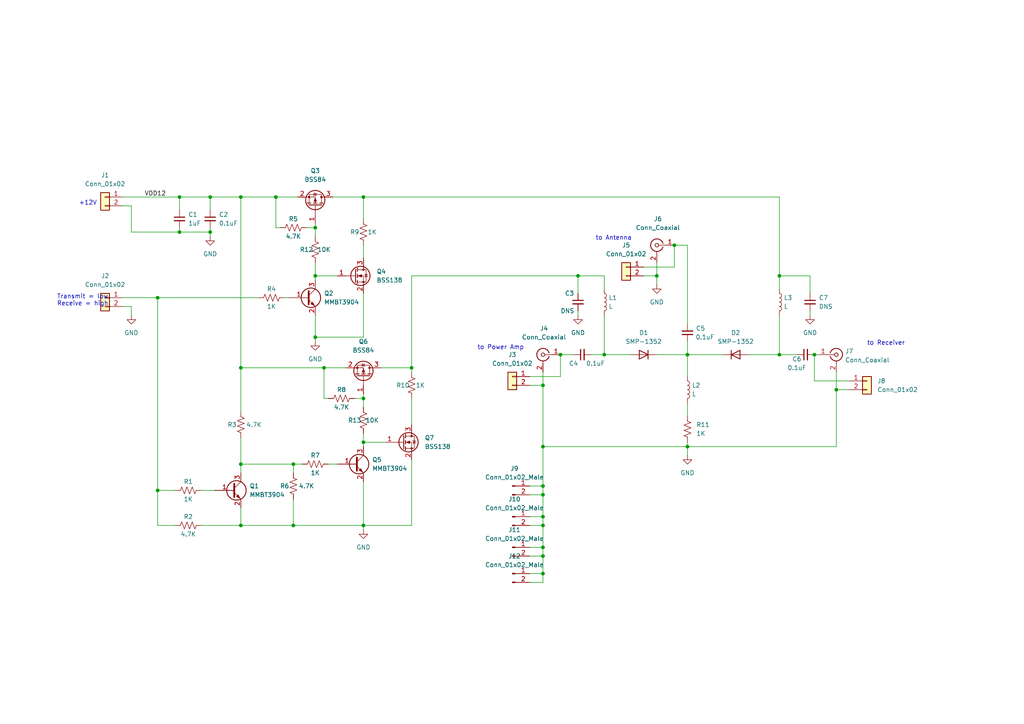
<source format=kicad_sch>
(kicad_sch (version 20211123) (generator eeschema)
  (paper "A4")
  (lib_symbols
    (symbol "Connector:Conn_01x02_Male" (pin_names (offset 1.016) hide)
      (property "Reference" "J" (at 0 2.54 0))
      (property "Value" "Conn_01x02_Male" (at 0 -5.08 0))
      (symbol "Conn_01x02_Male_1_1"
        (polyline (pts (xy 1.27 -2.54) (xy 0.8636 -2.54)) (stroke (width 0.1524)))
        (polyline (pts (xy 1.27 0) (xy 0.8636 0)) (stroke (width 0.1524)))
        (rectangle (start 0.8636 -2.413) (end 0 -2.667) (stroke (width 0.1524)) (fill (type outline)))
        (rectangle (start 0.8636 0.127) (end 0 -0.127) (stroke (width 0.1524)) (fill (type outline)))
        (pin passive line (at 5.08 0 180) (length 3.81) (name "Pin_1") (number "1"))
        (pin passive line (at 5.08 -2.54 180) (length 3.81) (name "Pin_2") (number "2"))
      )
    )
    (symbol "Connector:Conn_Coaxial" (pin_names (offset 1.016) hide)
      (property "Reference" "J" (at 0.254 3.048 0))
      (property "Value" "Conn_Coaxial" (at 2.921 0 90))
      (symbol "Conn_Coaxial_0_1"
        (arc (start -1.778 -0.508) (mid 0.222 -1.808) (end 1.778 0) (stroke (width 0.254)))
        (polyline (pts (xy -2.54 0) (xy -0.508 0)))
        (polyline (pts (xy 0 -2.54) (xy 0 -1.778)))
        (circle (center 0 0) (radius 0.508) (stroke (width 0.2032)))
        (arc (start 1.778 0) (mid 0.222 1.8083) (end -1.778 0.508) (stroke (width 0.254)))
      )
      (symbol "Conn_Coaxial_1_1"
        (pin passive line (at -5.08 0 0) (length 2.54) (name "In") (number "1"))
        (pin passive line (at 0 -5.08 90) (length 2.54) (name "Ext") (number "2"))
      )
    )
    (symbol "Connector_Generic:Conn_01x02" (pin_names (offset 1.016) hide)
      (property "Reference" "J" (at 0 2.54 0))
      (property "Value" "Conn_01x02" (at 0 -5.08 0))
      (symbol "Conn_01x02_1_1"
        (rectangle (start -1.27 -2.413) (end 0 -2.667) (stroke (width 0.1524)))
        (rectangle (start -1.27 0.127) (end 0 -0.127) (stroke (width 0.1524)))
        (rectangle (start -1.27 1.27) (end 1.27 -3.81) (stroke (width 0.254)) (fill (type background)))
        (pin passive line (at -5.08 0 0) (length 3.81) (name "Pin_1") (number "1"))
        (pin passive line (at -5.08 -2.54 0) (length 3.81) (name "Pin_2") (number "2"))
      )
    )
    (symbol "Device:C_Small" (pin_numbers hide) (pin_names (offset 0.254) hide)
      (property "Reference" "C" (at 0.254 1.778 0))
      (property "Value" "C_Small" (at 0.254 -2.032 0))
      (symbol "C_Small_0_1"
        (polyline (pts (xy -1.524 -0.508) (xy 1.524 -0.508)) (stroke (width 0.3302)))
        (polyline (pts (xy -1.524 0.508) (xy 1.524 0.508)) (stroke (width 0.3048)))
      )
      (symbol "C_Small_1_1"
        (pin passive line (at 0 2.54 270) (length 2.032) (name "~") (number "1"))
        (pin passive line (at 0 -2.54 90) (length 2.032) (name "~") (number "2"))
      )
    )
    (symbol "Device:D" (pin_numbers hide) (pin_names (offset 1.016) hide)
      (property "Reference" "D" (at 0 2.54 0))
      (property "Value" "D" (at 0 -2.54 0))
      (symbol "D_0_1"
        (polyline (pts (xy -1.27 1.27) (xy -1.27 -1.27)) (stroke (width 0.254)))
        (polyline (pts (xy 1.27 0) (xy -1.27 0)))
        (polyline (pts (xy 1.27 1.27) (xy 1.27 -1.27) (xy -1.27 0) (xy 1.27 1.27)) (stroke (width 0.254)))
      )
      (symbol "D_1_1"
        (pin passive line (at -3.81 0 0) (length 2.54) (name "K") (number "1"))
        (pin passive line (at 3.81 0 180) (length 2.54) (name "A") (number "2"))
      )
    )
    (symbol "Device:L" (pin_numbers hide) (pin_names (offset 1.016) hide)
      (property "Reference" "L" (at -1.27 0 90))
      (property "Value" "L" (at 1.905 0 90))
      (symbol "L_0_1"
        (arc (start 0 -2.54) (mid 0.635 -1.905) (end 0 -1.27))
        (arc (start 0 -1.27) (mid 0.635 -0.635) (end 0 0))
        (arc (start 0 0) (mid 0.635 0.635) (end 0 1.27))
        (arc (start 0 1.27) (mid 0.635 1.905) (end 0 2.54))
      )
      (symbol "L_1_1"
        (pin passive line (at 0 3.81 270) (length 1.27) (name "1") (number "1"))
        (pin passive line (at 0 -3.81 90) (length 1.27) (name "2") (number "2"))
      )
    )
    (symbol "Device:Q_NMOS_GSD" (pin_names (offset 0) hide)
      (property "Reference" "Q" (at 5.08 1.27 0))
      (property "Value" "Q_NMOS_GSD" (at 5.08 -1.27 0))
      (symbol "Q_NMOS_GSD_0_1"
        (polyline (pts (xy 0.254 0) (xy -2.54 0)))
        (polyline (pts (xy 0.254 1.905) (xy 0.254 -1.905)) (stroke (width 0.254)))
        (polyline (pts (xy 0.762 -1.27) (xy 0.762 -2.286)) (stroke (width 0.254)))
        (polyline (pts (xy 0.762 0.508) (xy 0.762 -0.508)) (stroke (width 0.254)))
        (polyline (pts (xy 0.762 2.286) (xy 0.762 1.27)) (stroke (width 0.254)))
        (polyline (pts (xy 2.54 2.54) (xy 2.54 1.778)))
        (polyline (pts (xy 2.54 -2.54) (xy 2.54 0) (xy 0.762 0)))
        (polyline (pts (xy 0.762 -1.778) (xy 3.302 -1.778) (xy 3.302 1.778) (xy 0.762 1.778)))
        (polyline (pts (xy 1.016 0) (xy 2.032 0.381) (xy 2.032 -0.381) (xy 1.016 0)) (fill (type outline)))
        (polyline (pts (xy 2.794 0.508) (xy 2.921 0.381) (xy 3.683 0.381) (xy 3.81 0.254)))
        (polyline (pts (xy 3.302 0.381) (xy 2.921 -0.254) (xy 3.683 -0.254) (xy 3.302 0.381)))
        (circle (center 1.651 0) (radius 2.794) (stroke (width 0.254)))
        (circle (center 2.54 -1.778) (radius 0.254) (fill (type outline)))
        (circle (center 2.54 1.778) (radius 0.254) (fill (type outline)))
      )
      (symbol "Q_NMOS_GSD_1_1"
        (pin input line (at -5.08 0 0) (length 2.54) (name "G") (number "1"))
        (pin passive line (at 2.54 -5.08 90) (length 2.54) (name "S") (number "2"))
        (pin passive line (at 2.54 5.08 270) (length 2.54) (name "D") (number "3"))
      )
    )
    (symbol "Device:Q_NPN_BEC" (pin_names (offset 0) hide)
      (property "Reference" "Q" (at 5.08 1.27 0))
      (property "Value" "Q_NPN_BEC" (at 5.08 -1.27 0))
      (symbol "Q_NPN_BEC_0_1"
        (polyline (pts (xy 0.635 0.635) (xy 2.54 2.54)))
        (polyline (pts (xy 0.635 -0.635) (xy 2.54 -2.54) (xy 2.54 -2.54)))
        (polyline (pts (xy 0.635 1.905) (xy 0.635 -1.905) (xy 0.635 -1.905)) (stroke (width 0.508)))
        (polyline (pts (xy 1.27 -1.778) (xy 1.778 -1.27) (xy 2.286 -2.286) (xy 1.27 -1.778) (xy 1.27 -1.778)) (fill (type outline)))
        (circle (center 1.27 0) (radius 2.8194) (stroke (width 0.254)))
      )
      (symbol "Q_NPN_BEC_1_1"
        (pin input line (at -5.08 0 0) (length 5.715) (name "B") (number "1"))
        (pin passive line (at 2.54 -5.08 90) (length 2.54) (name "E") (number "2"))
        (pin passive line (at 2.54 5.08 270) (length 2.54) (name "C") (number "3"))
      )
    )
    (symbol "Device:Q_PMOS_GSD" (pin_names (offset 0) hide)
      (property "Reference" "Q" (at 5.08 1.27 0))
      (property "Value" "Q_PMOS_GSD" (at 5.08 -1.27 0))
      (symbol "Q_PMOS_GSD_0_1"
        (polyline (pts (xy 0.254 0) (xy -2.54 0)))
        (polyline (pts (xy 0.254 1.905) (xy 0.254 -1.905)) (stroke (width 0.254)))
        (polyline (pts (xy 0.762 -1.27) (xy 0.762 -2.286)) (stroke (width 0.254)))
        (polyline (pts (xy 0.762 0.508) (xy 0.762 -0.508)) (stroke (width 0.254)))
        (polyline (pts (xy 0.762 2.286) (xy 0.762 1.27)) (stroke (width 0.254)))
        (polyline (pts (xy 2.54 2.54) (xy 2.54 1.778)))
        (polyline (pts (xy 2.54 -2.54) (xy 2.54 0) (xy 0.762 0)))
        (polyline (pts (xy 0.762 1.778) (xy 3.302 1.778) (xy 3.302 -1.778) (xy 0.762 -1.778)))
        (polyline (pts (xy 2.286 0) (xy 1.27 0.381) (xy 1.27 -0.381) (xy 2.286 0)) (fill (type outline)))
        (polyline (pts (xy 2.794 -0.508) (xy 2.921 -0.381) (xy 3.683 -0.381) (xy 3.81 -0.254)))
        (polyline (pts (xy 3.302 -0.381) (xy 2.921 0.254) (xy 3.683 0.254) (xy 3.302 -0.381)))
        (circle (center 1.651 0) (radius 2.794) (stroke (width 0.254)))
        (circle (center 2.54 -1.778) (radius 0.254) (fill (type outline)))
        (circle (center 2.54 1.778) (radius 0.254) (fill (type outline)))
      )
      (symbol "Q_PMOS_GSD_1_1"
        (pin input line (at -5.08 0 0) (length 2.54) (name "G") (number "1"))
        (pin passive line (at 2.54 -5.08 90) (length 2.54) (name "S") (number "2"))
        (pin passive line (at 2.54 5.08 270) (length 2.54) (name "D") (number "3"))
      )
    )
    (symbol "Device:R_US" (pin_numbers hide) (pin_names (offset 0))
      (property "Reference" "R" (at 2.54 0 90))
      (property "Value" "R_US" (at -2.54 0 90))
      (symbol "R_US_0_1"
        (polyline (pts (xy 0 -2.286) (xy 0 -2.54)))
        (polyline (pts (xy 0 2.286) (xy 0 2.54)))
        (polyline (pts (xy 0 -0.762) (xy 1.016 -1.143) (xy 0 -1.524) (xy -1.016 -1.905) (xy 0 -2.286)))
        (polyline (pts (xy 0 0.762) (xy 1.016 0.381) (xy 0 0) (xy -1.016 -0.381) (xy 0 -0.762)))
        (polyline (pts (xy 0 2.286) (xy 1.016 1.905) (xy 0 1.524) (xy -1.016 1.143) (xy 0 0.762)))
      )
      (symbol "R_US_1_1"
        (pin passive line (at 0 3.81 270) (length 1.27) (name "~") (number "1"))
        (pin passive line (at 0 -3.81 90) (length 1.27) (name "~") (number "2"))
      )
    )
    (symbol "power:GND" (power) (pin_names (offset 0))
      (property "Value" "GND" (at 0 -3.81 0))
      (symbol "GND_0_1"
        (polyline (pts (xy 0 0) (xy 0 -1.27) (xy 1.27 -1.27) (xy 0 -2.54) (xy -1.27 -1.27) (xy 0 -1.27)))
      )
      (symbol "GND_1_1"
        (pin power_in line (at 0 0 270) (length 0) hide (name "GND") (number "1"))
      )
    )
  )
  (junction (at 157.48 111.76))
  (junction (at 242.57 113.03))
  (junction (at 91.44 97.79))
  (junction (at 190.5 80.01))
  (junction (at 85.09 134.62))
  (junction (at 119.38 106.68))
  (junction (at 157.48 158.75))
  (junction (at 162.56 102.87))
  (junction (at 52.07 57.15))
  (junction (at 105.41 128.27))
  (junction (at 157.48 149.86))
  (junction (at 226.06 80.01))
  (junction (at 226.06 102.87))
  (junction (at 236.22 102.87))
  (junction (at 85.09 152.4))
  (junction (at 199.39 129.54))
  (junction (at 60.96 57.15))
  (junction (at 157.48 143.51))
  (junction (at 91.44 66.04))
  (junction (at 52.07 67.31))
  (junction (at 157.48 129.54))
  (junction (at 93.98 106.68))
  (junction (at 157.48 140.97))
  (junction (at 69.85 152.4))
  (junction (at 91.44 80.01))
  (junction (at 175.26 102.87))
  (junction (at 157.48 152.4))
  (junction (at 60.96 67.31))
  (junction (at 167.64 80.01))
  (junction (at 195.58 71.12))
  (junction (at 105.41 57.15))
  (junction (at 69.85 134.62))
  (junction (at 157.48 161.29))
  (junction (at 69.85 57.15))
  (junction (at 45.72 142.24))
  (junction (at 105.41 115.57))
  (junction (at 45.72 86.36))
  (junction (at 199.39 102.87))
  (junction (at 69.85 106.68))
  (junction (at 80.01 57.15))
  (junction (at 157.48 166.37))
  (junction (at 105.41 152.4))
  (wire (pts (xy 38.1 67.31) (xy 52.07 67.31)))
  (wire (pts (xy 105.41 115.57) (xy 105.41 118.11)))
  (wire (pts (xy 226.06 80.01) (xy 226.06 83.82)))
  (wire (pts (xy 157.48 149.86) (xy 157.48 143.51)))
  (wire (pts (xy 153.67 158.75) (xy 157.48 158.75)))
  (wire (pts (xy 93.98 106.68) (xy 93.98 115.57)))
  (wire (pts (xy 190.5 76.2) (xy 190.5 80.01)))
  (wire (pts (xy 82.55 86.36) (xy 83.82 86.36)))
  (wire (pts (xy 45.72 86.36) (xy 74.93 86.36)))
  (wire (pts (xy 60.96 57.15) (xy 69.85 57.15)))
  (wire (pts (xy 186.69 80.01) (xy 190.5 80.01)))
  (wire (pts (xy 195.58 77.47) (xy 195.58 71.12)))
  (wire (pts (xy 119.38 106.68) (xy 119.38 107.95)))
  (wire (pts (xy 58.42 152.4) (xy 69.85 152.4)))
  (wire (pts (xy 234.95 85.09) (xy 234.95 80.01)))
  (wire (pts (xy 171.45 102.87) (xy 175.26 102.87)))
  (wire (pts (xy 105.41 85.09) (xy 105.41 97.79)))
  (wire (pts (xy 162.56 102.87) (xy 166.37 102.87)))
  (wire (pts (xy 153.67 168.91) (xy 157.48 168.91)))
  (wire (pts (xy 86.36 57.15) (xy 80.01 57.15)))
  (wire (pts (xy 38.1 59.69) (xy 38.1 67.31)))
  (wire (pts (xy 88.9 66.04) (xy 91.44 66.04)))
  (wire (pts (xy 50.8 142.24) (xy 45.72 142.24)))
  (wire (pts (xy 110.49 106.68) (xy 119.38 106.68)))
  (wire (pts (xy 52.07 67.31) (xy 60.96 67.31)))
  (wire (pts (xy 60.96 66.04) (xy 60.96 67.31)))
  (wire (pts (xy 234.95 80.01) (xy 226.06 80.01)))
  (wire (pts (xy 45.72 152.4) (xy 45.72 142.24)))
  (wire (pts (xy 91.44 80.01) (xy 97.79 80.01)))
  (wire (pts (xy 157.48 143.51) (xy 157.48 140.97)))
  (wire (pts (xy 199.39 128.27) (xy 199.39 129.54)))
  (wire (pts (xy 157.48 166.37) (xy 157.48 168.91)))
  (wire (pts (xy 226.06 91.44) (xy 226.06 102.87)))
  (wire (pts (xy 93.98 115.57) (xy 95.25 115.57)))
  (wire (pts (xy 199.39 116.84) (xy 199.39 120.65)))
  (wire (pts (xy 35.56 88.9) (xy 38.1 88.9)))
  (wire (pts (xy 153.67 111.76) (xy 157.48 111.76)))
  (wire (pts (xy 91.44 64.77) (xy 91.44 66.04)))
  (wire (pts (xy 69.85 147.32) (xy 69.85 152.4)))
  (wire (pts (xy 105.41 71.12) (xy 105.41 74.93)))
  (wire (pts (xy 60.96 57.15) (xy 60.96 60.96)))
  (wire (pts (xy 95.25 134.62) (xy 97.79 134.62)))
  (wire (pts (xy 226.06 102.87) (xy 231.14 102.87)))
  (wire (pts (xy 153.67 161.29) (xy 157.48 161.29)))
  (wire (pts (xy 52.07 57.15) (xy 52.07 60.96)))
  (wire (pts (xy 69.85 106.68) (xy 93.98 106.68)))
  (wire (pts (xy 157.48 152.4) (xy 157.48 149.86)))
  (wire (pts (xy 38.1 88.9) (xy 38.1 91.44)))
  (wire (pts (xy 234.95 90.17) (xy 234.95 91.44)))
  (wire (pts (xy 69.85 106.68) (xy 69.85 119.38)))
  (wire (pts (xy 102.87 115.57) (xy 105.41 115.57)))
  (wire (pts (xy 35.56 57.15) (xy 52.07 57.15)))
  (wire (pts (xy 199.39 129.54) (xy 199.39 132.08)))
  (wire (pts (xy 242.57 113.03) (xy 246.38 113.03)))
  (wire (pts (xy 105.41 114.3) (xy 105.41 115.57)))
  (wire (pts (xy 80.01 57.15) (xy 80.01 66.04)))
  (wire (pts (xy 217.17 102.87) (xy 226.06 102.87)))
  (wire (pts (xy 100.33 106.68) (xy 93.98 106.68)))
  (wire (pts (xy 52.07 57.15) (xy 60.96 57.15)))
  (wire (pts (xy 91.44 80.01) (xy 91.44 81.28)))
  (wire (pts (xy 175.26 91.44) (xy 175.26 102.87)))
  (wire (pts (xy 60.96 67.31) (xy 60.96 68.58)))
  (wire (pts (xy 105.41 139.7) (xy 105.41 152.4)))
  (wire (pts (xy 91.44 66.04) (xy 91.44 68.58)))
  (wire (pts (xy 69.85 106.68) (xy 69.85 57.15)))
  (wire (pts (xy 167.64 90.17) (xy 167.64 91.44)))
  (wire (pts (xy 35.56 59.69) (xy 38.1 59.69)))
  (wire (pts (xy 105.41 128.27) (xy 111.76 128.27)))
  (wire (pts (xy 199.39 109.22) (xy 199.39 102.87)))
  (wire (pts (xy 157.48 129.54) (xy 199.39 129.54)))
  (wire (pts (xy 105.41 57.15) (xy 105.41 63.5)))
  (wire (pts (xy 69.85 134.62) (xy 85.09 134.62)))
  (wire (pts (xy 50.8 152.4) (xy 45.72 152.4)))
  (wire (pts (xy 153.67 109.22) (xy 162.56 109.22)))
  (wire (pts (xy 105.41 128.27) (xy 105.41 129.54)))
  (wire (pts (xy 242.57 113.03) (xy 242.57 129.54)))
  (wire (pts (xy 52.07 66.04) (xy 52.07 67.31)))
  (wire (pts (xy 119.38 80.01) (xy 167.64 80.01)))
  (wire (pts (xy 186.69 77.47) (xy 195.58 77.47)))
  (wire (pts (xy 69.85 152.4) (xy 85.09 152.4)))
  (wire (pts (xy 91.44 76.2) (xy 91.44 80.01)))
  (wire (pts (xy 190.5 80.01) (xy 190.5 82.55)))
  (wire (pts (xy 153.67 143.51) (xy 157.48 143.51)))
  (wire (pts (xy 236.22 110.49) (xy 236.22 102.87)))
  (wire (pts (xy 242.57 129.54) (xy 199.39 129.54)))
  (wire (pts (xy 105.41 57.15) (xy 226.06 57.15)))
  (wire (pts (xy 85.09 134.62) (xy 87.63 134.62)))
  (wire (pts (xy 167.64 85.09) (xy 167.64 80.01)))
  (wire (pts (xy 157.48 158.75) (xy 157.48 161.29)))
  (wire (pts (xy 58.42 142.24) (xy 62.23 142.24)))
  (wire (pts (xy 35.56 86.36) (xy 45.72 86.36)))
  (wire (pts (xy 96.52 57.15) (xy 105.41 57.15)))
  (wire (pts (xy 69.85 57.15) (xy 80.01 57.15)))
  (wire (pts (xy 157.48 140.97) (xy 157.48 129.54)))
  (wire (pts (xy 199.39 71.12) (xy 199.39 93.98)))
  (wire (pts (xy 236.22 102.87) (xy 237.49 102.87)))
  (wire (pts (xy 105.41 152.4) (xy 105.41 153.67)))
  (wire (pts (xy 153.67 149.86) (xy 157.48 149.86)))
  (wire (pts (xy 199.39 99.06) (xy 199.39 102.87)))
  (wire (pts (xy 85.09 137.16) (xy 85.09 134.62)))
  (wire (pts (xy 175.26 102.87) (xy 182.88 102.87)))
  (wire (pts (xy 119.38 133.35) (xy 119.38 152.4)))
  (wire (pts (xy 119.38 106.68) (xy 119.38 80.01)))
  (wire (pts (xy 167.64 80.01) (xy 175.26 80.01)))
  (wire (pts (xy 190.5 102.87) (xy 199.39 102.87)))
  (wire (pts (xy 69.85 127) (xy 69.85 134.62)))
  (wire (pts (xy 157.48 111.76) (xy 157.48 129.54)))
  (wire (pts (xy 153.67 152.4) (xy 157.48 152.4)))
  (wire (pts (xy 242.57 107.95) (xy 242.57 113.03)))
  (wire (pts (xy 153.67 166.37) (xy 157.48 166.37)))
  (wire (pts (xy 105.41 97.79) (xy 91.44 97.79)))
  (wire (pts (xy 105.41 125.73) (xy 105.41 128.27)))
  (wire (pts (xy 119.38 115.57) (xy 119.38 123.19)))
  (wire (pts (xy 91.44 97.79) (xy 91.44 99.06)))
  (wire (pts (xy 45.72 142.24) (xy 45.72 86.36)))
  (wire (pts (xy 91.44 91.44) (xy 91.44 97.79)))
  (wire (pts (xy 195.58 71.12) (xy 199.39 71.12)))
  (wire (pts (xy 246.38 110.49) (xy 236.22 110.49)))
  (wire (pts (xy 119.38 152.4) (xy 105.41 152.4)))
  (wire (pts (xy 162.56 109.22) (xy 162.56 102.87)))
  (wire (pts (xy 226.06 57.15) (xy 226.06 80.01)))
  (wire (pts (xy 85.09 152.4) (xy 105.41 152.4)))
  (wire (pts (xy 199.39 102.87) (xy 209.55 102.87)))
  (wire (pts (xy 85.09 144.78) (xy 85.09 152.4)))
  (wire (pts (xy 157.48 161.29) (xy 157.48 166.37)))
  (wire (pts (xy 80.01 66.04) (xy 81.28 66.04)))
  (wire (pts (xy 153.67 140.97) (xy 157.48 140.97)))
  (wire (pts (xy 157.48 107.95) (xy 157.48 111.76)))
  (wire (pts (xy 175.26 80.01) (xy 175.26 83.82)))
  (wire (pts (xy 157.48 158.75) (xy 157.48 152.4)))
  (wire (pts (xy 69.85 134.62) (xy 69.85 137.16)))
  (text "+12V" (at 22.86 59.69 0) (effects (font (size 1.27 1.27)) (justify left bottom)))
  (text "Transmit = low\nReceive = high" (at 16.51 88.9 0) (effects (font (size 1.27 1.27)) (justify left bottom)))
  (text "to Receiver" (at 251.46 100.33 0) (effects (font (size 1.27 1.27)) (justify left bottom)))
  (text "to Power Amp" (at 138.43 101.6 0) (effects (font (size 1.27 1.27)) (justify left bottom)))
  (text "to Antenna" (at 172.72 69.85 0) (effects (font (size 1.27 1.27)) (justify left bottom)))
  (label "VDD12" (at 41.91 57.15 0))
  (symbol (lib_id "Device:R_US") (at 85.09 66.04 90) (unit 1)
    (property "Reference" "R5" (at 85.09 63.5 90))
    (property "Value" "4.7K" (at 85.09 68.58 90))
    (property "Footprint" "Resistor_SMD:R_0603_1608Metric_Pad0.98x0.95mm_HandSolder" (effects hide))
  )
  (symbol (lib_id "Connector:Conn_01x02_Male") (at 148.59 140.97 0) (unit 1)
    (property "Reference" "J9" (at 149.225 135.89 0))
    (property "Value" "Conn_01x02_Male" (at 149.225 138.43 0))
    (property "Footprint" "Connector_PinHeader_2.54mm:PinHeader_1x02_P2.54mm_Vertical" (effects hide))
  )
  (symbol (lib_id "Device:Q_NPN_BEC") (at 102.87 134.62 0) (unit 1)
    (property "Reference" "Q5" (at 107.95 133.3499 0) (effects (justify left)))
    (property "Value" "MMBT3904" (at 107.95 135.8899 0) (effects (justify left)))
    (property "Footprint" "Package_TO_SOT_SMD:SOT-23" (effects hide))
  )
  (symbol (lib_id "power:GND") (at 234.95 91.44 0) (unit 1)
    (property "Reference" "#PWR08" (effects hide))
    (property "Value" "GND" (at 234.95 96.52 0))
  )
  (symbol (lib_id "Device:D") (at 213.36 102.87 0) (unit 1)
    (property "Reference" "D2" (at 213.36 96.52 0))
    (property "Value" "SMP-1352" (at 213.36 99.06 0))
    (property "Footprint" "Diode_SMD:D_SC-80_HandSoldering" (effects hide))
  )
  (symbol (lib_id "Device:Q_NMOS_GSD") (at 116.84 128.27 0) (unit 1)
    (property "Reference" "Q7" (at 123.19 126.9999 0) (effects (justify left)))
    (property "Value" "BSS138" (at 123.19 129.5399 0) (effects (justify left)))
    (property "Footprint" "Package_TO_SOT_SMD:SOT-23" (effects hide))
  )
  (symbol (lib_id "power:GND") (at 38.1 91.44 0) (unit 1)
    (property "Reference" "#PWR01" (effects hide))
    (property "Value" "GND" (at 38.1 96.52 0))
  )
  (symbol (lib_id "Device:R_US") (at 54.61 152.4 270) (unit 1)
    (property "Reference" "R2" (at 54.61 149.86 90))
    (property "Value" "4.7K" (at 54.61 154.94 90))
    (property "Footprint" "Resistor_SMD:R_0603_1608Metric_Pad0.98x0.95mm_HandSolder" (effects hide))
  )
  (symbol (lib_id "Device:R_US") (at 199.39 124.46 0) (unit 1)
    (property "Reference" "R11" (at 201.93 123.1899 0) (effects (justify left)))
    (property "Value" "1K" (at 201.93 125.7299 0) (effects (justify left)))
    (property "Footprint" "Resistor_SMD:R_0603_1608Metric_Pad0.98x0.95mm_HandSolder" (effects hide))
  )
  (symbol (lib_id "Connector_Generic:Conn_01x02") (at 30.48 57.15 0) (mirror y) (unit 1)
    (property "Reference" "J1" (at 30.48 50.8 0))
    (property "Value" "Conn_01x02" (at 30.48 53.34 0))
    (property "Footprint" "Connector_PinHeader_2.54mm:PinHeader_1x02_P2.54mm_Vertical" (effects hide))
  )
  (symbol (lib_id "Device:C_Small") (at 168.91 102.87 90) (unit 1)
    (property "Reference" "C4" (at 166.37 105.41 90))
    (property "Value" "0.1uF" (at 172.72 105.41 90))
    (property "Footprint" "Capacitor_THT:C_Disc_D5.0mm_W2.5mm_P5.00mm" (effects hide))
  )
  (symbol (lib_id "Device:C_Small") (at 199.39 96.52 180) (unit 1)
    (property "Reference" "C5" (at 203.2 95.25 0))
    (property "Value" "0.1uF" (at 204.47 97.79 0))
    (property "Footprint" "Capacitor_THT:C_Disc_D5.0mm_W2.5mm_P5.00mm" (effects hide))
  )
  (symbol (lib_id "Device:D") (at 186.69 102.87 180) (unit 1)
    (property "Reference" "D1" (at 186.69 96.52 0))
    (property "Value" "SMP-1352" (at 186.69 99.06 0))
    (property "Footprint" "Diode_SMD:D_SC-80_HandSoldering" (effects hide))
  )
  (symbol (lib_id "Device:L") (at 199.39 113.03 0) (unit 1)
    (property "Reference" "L2" (at 200.66 111.7599 0) (effects (justify left)))
    (property "Value" "L" (at 200.66 114.2999 0) (effects (justify left)))
    (property "Footprint" "Inductor_THT:L_Toroid_Vertical_L10.0mm_W5.0mm_P5.08mm" (effects hide))
  )
  (symbol (lib_id "Device:R_US") (at 69.85 123.19 180) (unit 1)
    (property "Reference" "R3" (at 67.31 123.19 0))
    (property "Value" "4.7K" (at 73.66 123.19 0))
    (property "Footprint" "Resistor_SMD:R_0603_1608Metric_Pad0.98x0.95mm_HandSolder" (effects hide))
  )
  (symbol (lib_id "Device:Q_NMOS_GSD") (at 102.87 80.01 0) (unit 1)
    (property "Reference" "Q4" (at 109.22 78.7399 0) (effects (justify left)))
    (property "Value" "BSS138" (at 109.22 81.2799 0) (effects (justify left)))
    (property "Footprint" "Package_TO_SOT_SMD:SOT-23" (effects hide))
  )
  (symbol (lib_id "Connector:Conn_01x02_Male") (at 148.59 166.37 0) (unit 1)
    (property "Reference" "J12" (at 149.225 161.29 0))
    (property "Value" "Conn_01x02_Male" (at 149.225 163.83 0))
    (property "Footprint" "Connector_PinHeader_2.54mm:PinHeader_1x02_P2.54mm_Vertical" (effects hide))
  )
  (symbol (lib_id "Connector:Conn_Coaxial") (at 190.5 71.12 0) (mirror y) (unit 1)
    (property "Reference" "J6" (at 190.8174 63.5 0))
    (property "Value" "Conn_Coaxial" (at 190.8174 66.04 0))
    (property "Footprint" "Connector_Coaxial:SMA_Samtec_SMA-J-P-X-ST-EM1_EdgeMount" (effects hide))
    (property "Datasheet" " ~" (effects hide))
  )
  (symbol (lib_id "Device:C_Small") (at 167.64 87.63 0) (unit 1)
    (property "Reference" "C3" (at 163.83 85.09 0) (effects (justify left)))
    (property "Value" "DNS" (at 162.56 90.17 0) (effects (justify left)))
    (property "Footprint" "Capacitor_SMD:C_0603_1608Metric_Pad1.08x0.95mm_HandSolder" (effects hide))
  )
  (symbol (lib_id "Device:Q_NPN_BEC") (at 67.31 142.24 0) (unit 1)
    (property "Reference" "Q1" (at 72.39 140.9699 0) (effects (justify left)))
    (property "Value" "MMBT3904" (at 72.39 143.5099 0) (effects (justify left)))
    (property "Footprint" "Package_TO_SOT_SMD:SOT-23" (effects hide))
  )
  (symbol (lib_id "Connector_Generic:Conn_01x02") (at 148.59 109.22 0) (mirror y) (unit 1)
    (property "Reference" "J3" (at 148.59 102.87 0))
    (property "Value" "Conn_01x02" (at 148.59 105.41 0))
    (property "Footprint" "Connector_PinHeader_2.54mm:PinHeader_1x02_P2.54mm_Vertical" (effects hide))
  )
  (symbol (lib_id "power:GND") (at 60.96 68.58 0) (unit 1)
    (property "Reference" "#PWR02" (effects hide))
    (property "Value" "GND" (at 60.96 73.66 0))
  )
  (symbol (lib_id "Device:R_US") (at 85.09 140.97 180) (unit 1)
    (property "Reference" "R6" (at 82.55 140.97 0))
    (property "Value" "4.7K" (at 88.9 140.97 0))
    (property "Footprint" "Resistor_SMD:R_0603_1608Metric_Pad0.98x0.95mm_HandSolder" (effects hide))
  )
  (symbol (lib_id "Connector_Generic:Conn_01x02") (at 251.46 110.49 0) (unit 1)
    (property "Reference" "J8" (at 254.4465 110.4899 0) (effects (justify left)))
    (property "Value" "Conn_01x02" (at 254.4465 113.0299 0) (effects (justify left)))
    (property "Footprint" "Connector_PinHeader_2.54mm:PinHeader_1x02_P2.54mm_Vertical" (effects hide))
  )
  (symbol (lib_id "Device:R_US") (at 54.61 142.24 90) (unit 1)
    (property "Reference" "R1" (at 54.61 139.7 90))
    (property "Value" "1K" (at 54.61 144.78 90))
    (property "Footprint" "Resistor_SMD:R_0603_1608Metric_Pad0.98x0.95mm_HandSolder" (effects hide))
  )
  (symbol (lib_id "Device:L") (at 226.06 87.63 0) (unit 1)
    (property "Reference" "L3" (at 227.33 86.3599 0) (effects (justify left)))
    (property "Value" "L" (at 227.33 88.8999 0) (effects (justify left)))
    (property "Footprint" "Inductor_THT:L_Toroid_Vertical_L10.0mm_W5.0mm_P5.08mm" (effects hide))
  )
  (symbol (lib_id "Device:Q_PMOS_GSD") (at 91.44 59.69 270) (mirror x) (unit 1)
    (property "Reference" "Q3" (at 91.44 49.53 90))
    (property "Value" "BSS84" (at 91.44 52.07 90))
    (property "Footprint" "Package_TO_SOT_SMD:SOT-23" (effects hide))
  )
  (symbol (lib_id "power:GND") (at 105.41 153.67 0) (unit 1)
    (property "Reference" "#PWR04" (effects hide))
    (property "Value" "GND" (at 105.41 158.75 0))
  )
  (symbol (lib_id "Device:R_US") (at 91.44 72.39 180) (unit 1)
    (property "Reference" "R12" (at 88.9 72.39 0))
    (property "Value" "10K" (at 93.98 72.39 0))
    (property "Footprint" "Resistor_SMD:R_0603_1608Metric_Pad0.98x0.95mm_HandSolder" (effects hide))
  )
  (symbol (lib_id "Device:C_Small") (at 60.96 63.5 0) (unit 1)
    (property "Reference" "C2" (at 63.5 62.2362 0) (effects (justify left)))
    (property "Value" "0.1uF" (at 63.5 64.7762 0) (effects (justify left)))
    (property "Footprint" "Capacitor_SMD:C_0603_1608Metric_Pad1.08x0.95mm_HandSolder" (effects hide))
  )
  (symbol (lib_id "Device:C_Small") (at 234.95 87.63 0) (unit 1)
    (property "Reference" "C7" (at 237.49 86.3662 0) (effects (justify left)))
    (property "Value" "DNS" (at 237.49 88.9062 0) (effects (justify left)))
    (property "Footprint" "Capacitor_SMD:C_0603_1608Metric_Pad1.08x0.95mm_HandSolder" (effects hide))
  )
  (symbol (lib_id "power:GND") (at 167.64 91.44 0) (unit 1)
    (property "Reference" "#PWR05" (effects hide))
    (property "Value" "GND" (at 167.64 96.52 0))
  )
  (symbol (lib_id "Device:R_US") (at 91.44 134.62 90) (unit 1)
    (property "Reference" "R7" (at 91.44 132.08 90))
    (property "Value" "1K" (at 91.44 137.16 90))
    (property "Footprint" "Resistor_SMD:R_0603_1608Metric_Pad0.98x0.95mm_HandSolder" (effects hide))
  )
  (symbol (lib_id "Device:R_US") (at 119.38 111.76 180) (unit 1)
    (property "Reference" "R10" (at 116.84 111.76 0))
    (property "Value" "1K" (at 121.92 111.76 0))
    (property "Footprint" "Resistor_SMD:R_0603_1608Metric_Pad0.98x0.95mm_HandSolder" (effects hide))
  )
  (symbol (lib_id "power:GND") (at 190.5 82.55 0) (unit 1)
    (property "Reference" "#PWR06" (effects hide))
    (property "Value" "GND" (at 190.5 87.63 0))
  )
  (symbol (lib_id "Device:Q_NPN_BEC") (at 88.9 86.36 0) (unit 1)
    (property "Reference" "Q2" (at 93.98 85.0899 0) (effects (justify left)))
    (property "Value" "MMBT3904" (at 93.98 87.6299 0) (effects (justify left)))
    (property "Footprint" "Package_TO_SOT_SMD:SOT-23" (effects hide))
  )
  (symbol (lib_id "Device:R_US") (at 105.41 67.31 180) (unit 1)
    (property "Reference" "R9" (at 102.87 67.31 0))
    (property "Value" "1K" (at 107.95 67.31 0))
    (property "Footprint" "Resistor_SMD:R_0603_1608Metric_Pad0.98x0.95mm_HandSolder" (effects hide))
  )
  (symbol (lib_id "Device:Q_PMOS_GSD") (at 105.41 109.22 270) (mirror x) (unit 1)
    (property "Reference" "Q6" (at 105.41 99.06 90))
    (property "Value" "BSS84" (at 105.41 101.6 90))
    (property "Footprint" "Package_TO_SOT_SMD:SOT-23" (effects hide))
  )
  (symbol (lib_id "power:GND") (at 199.39 132.08 0) (unit 1)
    (property "Reference" "#PWR07" (effects hide))
    (property "Value" "GND" (at 199.39 137.16 0))
  )
  (symbol (lib_id "power:GND") (at 91.44 99.06 0) (unit 1)
    (property "Reference" "#PWR03" (effects hide))
    (property "Value" "GND" (at 91.44 104.14 0))
  )
  (symbol (lib_id "Connector_Generic:Conn_01x02") (at 181.61 77.47 0) (mirror y) (unit 1)
    (property "Reference" "J5" (at 181.61 71.12 0))
    (property "Value" "Conn_01x02" (at 181.61 73.66 0))
    (property "Footprint" "Connector_PinHeader_2.54mm:PinHeader_1x02_P2.54mm_Vertical" (effects hide))
  )
  (symbol (lib_id "Connector_Generic:Conn_01x02") (at 30.48 86.36 0) (mirror y) (unit 1)
    (property "Reference" "J2" (at 30.48 80.01 0))
    (property "Value" "Conn_01x02" (at 30.48 82.55 0))
    (property "Footprint" "Connector_PinHeader_2.54mm:PinHeader_1x02_P2.54mm_Vertical" (effects hide))
  )
  (symbol (lib_id "Device:R_US") (at 99.06 115.57 90) (unit 1)
    (property "Reference" "R8" (at 99.06 113.03 90))
    (property "Value" "4.7K" (at 99.06 118.11 90))
    (property "Footprint" "Resistor_SMD:R_0603_1608Metric_Pad0.98x0.95mm_HandSolder" (effects hide))
  )
  (symbol (lib_id "Connector:Conn_Coaxial") (at 157.48 102.87 0) (mirror y) (unit 1)
    (property "Reference" "J4" (at 157.7974 95.25 0))
    (property "Value" "Conn_Coaxial" (at 157.7974 97.79 0))
    (property "Footprint" "Connector_Coaxial:SMA_Samtec_SMA-J-P-X-ST-EM1_EdgeMount" (effects hide))
    (property "Datasheet" " ~" (effects hide))
  )
  (symbol (lib_id "Device:C_Small") (at 52.07 63.5 0) (unit 1)
    (property "Reference" "C1" (at 54.61 62.2362 0) (effects (justify left)))
    (property "Value" "1uF" (at 54.61 64.7762 0) (effects (justify left)))
    (property "Footprint" "Capacitor_SMD:C_0603_1608Metric_Pad1.08x0.95mm_HandSolder" (effects hide))
  )
  (symbol (lib_id "Device:C_Small") (at 233.68 102.87 90) (unit 1)
    (property "Reference" "C6" (at 231.14 104.14 90))
    (property "Value" "0.1uF" (at 231.14 106.68 90))
    (property "Footprint" "Capacitor_THT:C_Disc_D5.0mm_W2.5mm_P5.00mm" (effects hide))
  )
  (symbol (lib_id "Connector:Conn_01x02_Male") (at 148.59 158.75 0) (unit 1)
    (property "Reference" "J11" (at 149.225 153.67 0))
    (property "Value" "Conn_01x02_Male" (at 149.225 156.21 0))
    (property "Footprint" "Connector_PinHeader_2.54mm:PinHeader_1x02_P2.54mm_Vertical" (effects hide))
  )
  (symbol (lib_id "Device:L") (at 175.26 87.63 0) (unit 1)
    (property "Reference" "L1" (at 176.53 86.3599 0) (effects (justify left)))
    (property "Value" "L" (at 176.53 88.8999 0) (effects (justify left)))
    (property "Footprint" "Inductor_THT:L_Toroid_Vertical_L10.0mm_W5.0mm_P5.08mm" (effects hide))
  )
  (symbol (lib_id "Device:R_US") (at 105.41 121.92 180) (unit 1)
    (property "Reference" "R13" (at 102.87 121.92 0))
    (property "Value" "10K" (at 107.95 121.92 0))
    (property "Footprint" "Resistor_SMD:R_0603_1608Metric_Pad0.98x0.95mm_HandSolder" (effects hide))
  )
  (symbol (lib_id "Connector:Conn_Coaxial") (at 242.57 102.87 0) (unit 1)
    (property "Reference" "J7" (at 245.11 101.8931 0) (effects (justify left)))
    (property "Value" "Conn_Coaxial" (at 245.11 104.4331 0) (effects (justify left)))
    (property "Footprint" "Connector_Coaxial:SMA_Samtec_SMA-J-P-X-ST-EM1_EdgeMount" (effects hide))
    (property "Datasheet" " ~" (effects hide))
  )
  (symbol (lib_id "Device:R_US") (at 78.74 86.36 90) (unit 1)
    (property "Reference" "R4" (at 78.74 83.82 90))
    (property "Value" "1K" (at 78.74 88.9 90))
    (property "Footprint" "Resistor_SMD:R_0603_1608Metric_Pad0.98x0.95mm_HandSolder" (effects hide))
  )
  (symbol (lib_id "Connector:Conn_01x02_Male") (at 148.59 149.86 0) (unit 1)
    (property "Reference" "J10" (at 149.225 144.78 0))
    (property "Value" "Conn_01x02_Male" (at 149.225 147.32 0))
    (property "Footprint" "Connector_PinHeader_2.54mm:PinHeader_1x02_P2.54mm_Vertical" (effects hide))
  )
)
</source>
